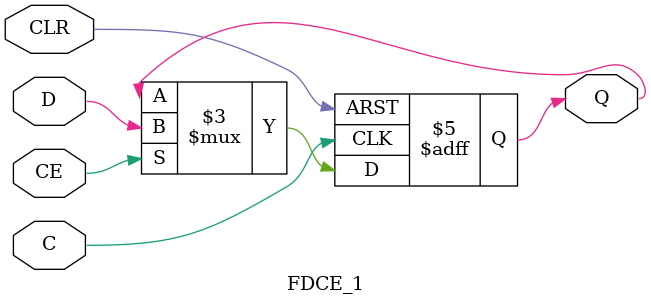
<source format=v>
module FDCE_1 (
  output reg Q,
  (* clkbuf_sink *)
  input C,
  input CE,
  input CLR,
  input D
);
  parameter [0:0] INIT = 1'b0;
  initial Q <= INIT;
  always @(negedge C, posedge CLR) if (CLR) Q <= 1'b0; else if (CE) Q <= D;
  specify
    // https://github.com/SymbiFlow/prjxray-db/blob/23c8b0851f979f0799318eaca90174413a46b257/artix7/timings/slicel.sdf#L249
    $setup(D , negedge C &&& CE, /*-46*/ 0); // Negative times not currently supported
    // https://github.com/SymbiFlow/prjxray-db/blob/23c8b0851f979f0799318eaca90174413a46b257/artix7/timings/slicel.sdf#L248
    $setup(CE , negedge C, 109);
    // https://github.com/SymbiFlow/prjxray-db/blob/23c8b0851f979f0799318eaca90174413a46b257/artix7/timings/slicel.sdf#L274
    $setup(CLR, negedge C, 404);
    // https://github.com/SymbiFlow/prjxray-db/blob/23c8b0851f979f0799318eaca90174413a46b257/artix7/timings/slicel.sdf#L270
`ifndef YOSYS
    (posedge CLR => (Q : 1'b0)) = 764;
`else
    if (CLR) (CLR => Q) = 764; // Technically, this should be an edge sensitive path
                               // but for facilitating a bypass box, let's pretend it's
                               // a simple path
`endif
    if (!CLR && CE) (negedge C => (Q : D)) = 303;
  endspecify
endmodule
</source>
